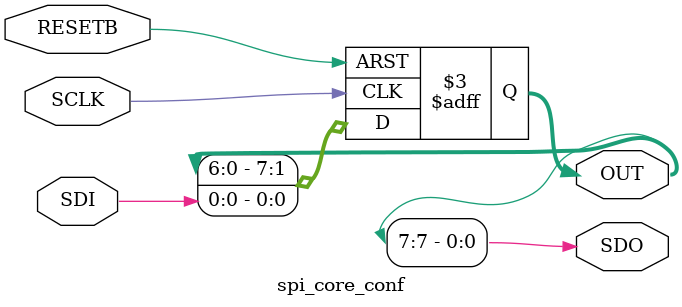
<source format=sv>

module spi_core_conf (
    input wire RESETB,

    input  wire SCLK,
    output wire SDO,
    input  wire SDI,

    output reg [7:0] OUT
);

    always @(posedge SCLK or negedge RESETB) begin
        if (~RESETB) OUT <= 8'h00;
        else OUT[7:0] <= {OUT[6:0], SDI};
    end

    assign SDO = OUT[7];

endmodule

</source>
